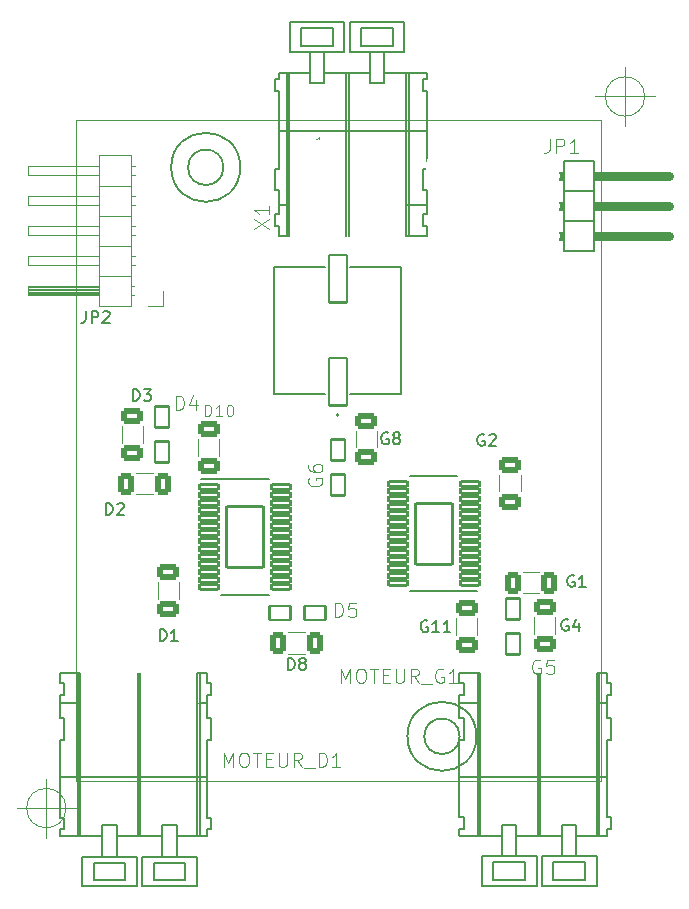
<source format=gbr>
%TF.GenerationSoftware,KiCad,Pcbnew,6.0.1*%
%TF.CreationDate,2022-06-20T01:56:13+02:00*%
%TF.ProjectId,PontHComplet_MK2,506f6e74-4843-46f6-9d70-6c65745f4d4b,rev?*%
%TF.SameCoordinates,Original*%
%TF.FileFunction,Legend,Top*%
%TF.FilePolarity,Positive*%
%FSLAX46Y46*%
G04 Gerber Fmt 4.6, Leading zero omitted, Abs format (unit mm)*
G04 Created by KiCad (PCBNEW 6.0.1) date 2022-06-20 01:56:13*
%MOMM*%
%LPD*%
G01*
G04 APERTURE LIST*
G04 Aperture macros list*
%AMRoundRect*
0 Rectangle with rounded corners*
0 $1 Rounding radius*
0 $2 $3 $4 $5 $6 $7 $8 $9 X,Y pos of 4 corners*
0 Add a 4 corners polygon primitive as box body*
4,1,4,$2,$3,$4,$5,$6,$7,$8,$9,$2,$3,0*
0 Add four circle primitives for the rounded corners*
1,1,$1+$1,$2,$3*
1,1,$1+$1,$4,$5*
1,1,$1+$1,$6,$7*
1,1,$1+$1,$8,$9*
0 Add four rect primitives between the rounded corners*
20,1,$1+$1,$2,$3,$4,$5,0*
20,1,$1+$1,$4,$5,$6,$7,0*
20,1,$1+$1,$6,$7,$8,$9,0*
20,1,$1+$1,$8,$9,$2,$3,0*%
G04 Aperture macros list end*
%TA.AperFunction,Profile*%
%ADD10C,0.050000*%
%TD*%
%ADD11C,0.150000*%
%ADD12C,0.077216*%
%ADD13C,0.096520*%
%ADD14C,0.120650*%
%ADD15C,0.065024*%
%ADD16C,0.120000*%
%ADD17C,0.203200*%
%ADD18C,0.152400*%
%ADD19C,0.762000*%
%ADD20RoundRect,0.249999X0.650001X-0.412501X0.650001X0.412501X-0.650001X0.412501X-0.650001X-0.412501X0*%
%ADD21RoundRect,0.249999X-0.412501X-0.650001X0.412501X-0.650001X0.412501X0.650001X-0.412501X0.650001X0*%
%ADD22RoundRect,0.249999X-0.650001X0.412501X-0.650001X-0.412501X0.650001X-0.412501X0.650001X0.412501X0*%
%ADD23RoundRect,0.101600X-0.600000X0.900000X-0.600000X-0.900000X0.600000X-0.900000X0.600000X0.900000X0*%
%ADD24RoundRect,0.101600X0.900000X0.600000X-0.900000X0.600000X-0.900000X-0.600000X0.900000X-0.600000X0*%
%ADD25RoundRect,0.249999X0.412501X0.650001X-0.412501X0.650001X-0.412501X-0.650001X0.412501X-0.650001X0*%
%ADD26RoundRect,0.101600X0.800000X-0.225000X0.800000X0.225000X-0.800000X0.225000X-0.800000X-0.225000X0*%
%ADD27RoundRect,0.101600X-1.550000X-2.590000X1.550000X-2.590000X1.550000X2.590000X-1.550000X2.590000X0*%
%ADD28RoundRect,0.351600X0.000000X0.000000X0.000000X0.000000X0.000000X0.000000X0.000000X0.000000X0*%
%ADD29RoundRect,0.101600X-0.800000X0.225000X-0.800000X-0.225000X0.800000X-0.225000X0.800000X0.225000X0*%
%ADD30RoundRect,0.101600X1.550000X2.590000X-1.550000X2.590000X-1.550000X-2.590000X1.550000X-2.590000X0*%
%ADD31RoundRect,0.351600X0.000000X0.000000X0.000000X0.000000X0.000000X0.000000X0.000000X0.000000X0*%
%ADD32RoundRect,0.101600X0.749300X-2.006600X0.749300X2.006600X-0.749300X2.006600X-0.749300X-2.006600X0*%
%ADD33RoundRect,0.101600X0.600000X-0.900000X0.600000X0.900000X-0.600000X0.900000X-0.600000X-0.900000X0*%
%ADD34O,3.251200X1.727200*%
%ADD35R,1.700000X1.700000*%
%ADD36O,1.700000X1.700000*%
%ADD37O,2.003200X3.803200*%
%ADD38C,2.800000*%
G04 APERTURE END LIST*
D10*
X126000000Y-133000000D02*
X170500000Y-132983704D01*
X170500000Y-132983704D02*
X170500000Y-77000000D01*
X170500000Y-77000000D02*
X126000000Y-77000000D01*
X126000000Y-77000000D02*
X126000000Y-133000000D01*
X125166666Y-135250000D02*
G75*
G03*
X125166666Y-135250000I-1666666J0D01*
G01*
X121000000Y-135250000D02*
X126000000Y-135250000D01*
X123500000Y-132750000D02*
X123500000Y-137750000D01*
X174166666Y-75000000D02*
G75*
G03*
X174166666Y-75000000I-1666666J0D01*
G01*
X170000000Y-75000000D02*
X175000000Y-75000000D01*
X172500000Y-72500000D02*
X172500000Y-77500000D01*
D11*
%TO.C,D1*%
X133119904Y-121102380D02*
X133119904Y-120102380D01*
X133358000Y-120102380D01*
X133500857Y-120150000D01*
X133596095Y-120245238D01*
X133643714Y-120340476D01*
X133691333Y-120530952D01*
X133691333Y-120673809D01*
X133643714Y-120864285D01*
X133596095Y-120959523D01*
X133500857Y-121054761D01*
X133358000Y-121102380D01*
X133119904Y-121102380D01*
X134643714Y-121102380D02*
X134072285Y-121102380D01*
X134358000Y-121102380D02*
X134358000Y-120102380D01*
X134262761Y-120245238D01*
X134167523Y-120340476D01*
X134072285Y-120388095D01*
D12*
%TO.C,D10*%
X136931999Y-102062038D02*
X136931999Y-101096838D01*
X137161809Y-101096838D01*
X137299695Y-101142800D01*
X137391618Y-101234723D01*
X137437580Y-101326647D01*
X137483542Y-101510495D01*
X137483542Y-101648380D01*
X137437580Y-101832228D01*
X137391618Y-101924152D01*
X137299695Y-102016076D01*
X137161809Y-102062038D01*
X136931999Y-102062038D01*
X138402780Y-102062038D02*
X137851238Y-102062038D01*
X138127009Y-102062038D02*
X138127009Y-101096838D01*
X138035085Y-101234723D01*
X137943161Y-101326647D01*
X137851238Y-101372609D01*
X139000285Y-101096838D02*
X139092209Y-101096838D01*
X139184133Y-101142800D01*
X139230095Y-101188761D01*
X139276057Y-101280685D01*
X139322018Y-101464533D01*
X139322018Y-101694342D01*
X139276057Y-101878190D01*
X139230095Y-101970114D01*
X139184133Y-102016076D01*
X139092209Y-102062038D01*
X139000285Y-102062038D01*
X138908361Y-102016076D01*
X138862399Y-101970114D01*
X138816438Y-101878190D01*
X138770476Y-101694342D01*
X138770476Y-101464533D01*
X138816438Y-101280685D01*
X138862399Y-101188761D01*
X138908361Y-101142800D01*
X139000285Y-101096838D01*
D11*
%TO.C,D2*%
X128547904Y-110434380D02*
X128547904Y-109434380D01*
X128786000Y-109434380D01*
X128928857Y-109482000D01*
X129024095Y-109577238D01*
X129071714Y-109672476D01*
X129119333Y-109862952D01*
X129119333Y-110005809D01*
X129071714Y-110196285D01*
X129024095Y-110291523D01*
X128928857Y-110386761D01*
X128786000Y-110434380D01*
X128547904Y-110434380D01*
X129500285Y-109529619D02*
X129547904Y-109482000D01*
X129643142Y-109434380D01*
X129881238Y-109434380D01*
X129976476Y-109482000D01*
X130024095Y-109529619D01*
X130071714Y-109624857D01*
X130071714Y-109720095D01*
X130024095Y-109862952D01*
X129452666Y-110434380D01*
X130071714Y-110434380D01*
%TO.C,D3*%
X130833904Y-100782380D02*
X130833904Y-99782380D01*
X131072000Y-99782380D01*
X131214857Y-99830000D01*
X131310095Y-99925238D01*
X131357714Y-100020476D01*
X131405333Y-100210952D01*
X131405333Y-100353809D01*
X131357714Y-100544285D01*
X131310095Y-100639523D01*
X131214857Y-100734761D01*
X131072000Y-100782380D01*
X130833904Y-100782380D01*
X131738666Y-99782380D02*
X132357714Y-99782380D01*
X132024380Y-100163333D01*
X132167238Y-100163333D01*
X132262476Y-100210952D01*
X132310095Y-100258571D01*
X132357714Y-100353809D01*
X132357714Y-100591904D01*
X132310095Y-100687142D01*
X132262476Y-100734761D01*
X132167238Y-100782380D01*
X131881523Y-100782380D01*
X131786285Y-100734761D01*
X131738666Y-100687142D01*
D13*
%TO.C,D4*%
X134461999Y-101542547D02*
X134461999Y-100336047D01*
X134749261Y-100336047D01*
X134921618Y-100393500D01*
X135036523Y-100508404D01*
X135093976Y-100623309D01*
X135151428Y-100853119D01*
X135151428Y-101025476D01*
X135093976Y-101255285D01*
X135036523Y-101370190D01*
X134921618Y-101485095D01*
X134749261Y-101542547D01*
X134461999Y-101542547D01*
X136185571Y-100738214D02*
X136185571Y-101542547D01*
X135898309Y-100278595D02*
X135611047Y-101140380D01*
X136357928Y-101140380D01*
%TO.C,D5*%
X147923999Y-119068547D02*
X147923999Y-117862047D01*
X148211261Y-117862047D01*
X148383618Y-117919500D01*
X148498523Y-118034404D01*
X148555976Y-118149309D01*
X148613428Y-118379119D01*
X148613428Y-118551476D01*
X148555976Y-118781285D01*
X148498523Y-118896190D01*
X148383618Y-119011095D01*
X148211261Y-119068547D01*
X147923999Y-119068547D01*
X149705023Y-117862047D02*
X149130499Y-117862047D01*
X149073047Y-118436571D01*
X149130499Y-118379119D01*
X149245404Y-118321666D01*
X149532666Y-118321666D01*
X149647571Y-118379119D01*
X149705023Y-118436571D01*
X149762476Y-118551476D01*
X149762476Y-118838738D01*
X149705023Y-118953642D01*
X149647571Y-119011095D01*
X149532666Y-119068547D01*
X149245404Y-119068547D01*
X149130499Y-119011095D01*
X149073047Y-118953642D01*
D11*
%TO.C,D8*%
X143964416Y-123557279D02*
X143964416Y-122557279D01*
X144202512Y-122557279D01*
X144345369Y-122604899D01*
X144440607Y-122700137D01*
X144488226Y-122795375D01*
X144535845Y-122985851D01*
X144535845Y-123128708D01*
X144488226Y-123319184D01*
X144440607Y-123414422D01*
X144345369Y-123509660D01*
X144202512Y-123557279D01*
X143964416Y-123557279D01*
X145107273Y-122985851D02*
X145012035Y-122938232D01*
X144964416Y-122890613D01*
X144916797Y-122795375D01*
X144916797Y-122747756D01*
X144964416Y-122652518D01*
X145012035Y-122604899D01*
X145107273Y-122557279D01*
X145297750Y-122557279D01*
X145392988Y-122604899D01*
X145440607Y-122652518D01*
X145488226Y-122747756D01*
X145488226Y-122795375D01*
X145440607Y-122890613D01*
X145392988Y-122938232D01*
X145297750Y-122985851D01*
X145107273Y-122985851D01*
X145012035Y-123033470D01*
X144964416Y-123081089D01*
X144916797Y-123176327D01*
X144916797Y-123366803D01*
X144964416Y-123462041D01*
X145012035Y-123509660D01*
X145107273Y-123557279D01*
X145297750Y-123557279D01*
X145392988Y-123509660D01*
X145440607Y-123462041D01*
X145488226Y-123366803D01*
X145488226Y-123176327D01*
X145440607Y-123081089D01*
X145392988Y-123033470D01*
X145297750Y-122985851D01*
%TO.C,G1*%
X168187714Y-115578000D02*
X168092476Y-115530380D01*
X167949619Y-115530380D01*
X167806761Y-115578000D01*
X167711523Y-115673238D01*
X167663904Y-115768476D01*
X167616285Y-115958952D01*
X167616285Y-116101809D01*
X167663904Y-116292285D01*
X167711523Y-116387523D01*
X167806761Y-116482761D01*
X167949619Y-116530380D01*
X168044857Y-116530380D01*
X168187714Y-116482761D01*
X168235333Y-116435142D01*
X168235333Y-116101809D01*
X168044857Y-116101809D01*
X169187714Y-116530380D02*
X168616285Y-116530380D01*
X168902000Y-116530380D02*
X168902000Y-115530380D01*
X168806761Y-115673238D01*
X168711523Y-115768476D01*
X168616285Y-115816095D01*
%TO.C,G11*%
X155773523Y-119400000D02*
X155678285Y-119352380D01*
X155535428Y-119352380D01*
X155392571Y-119400000D01*
X155297333Y-119495238D01*
X155249714Y-119590476D01*
X155202095Y-119780952D01*
X155202095Y-119923809D01*
X155249714Y-120114285D01*
X155297333Y-120209523D01*
X155392571Y-120304761D01*
X155535428Y-120352380D01*
X155630666Y-120352380D01*
X155773523Y-120304761D01*
X155821142Y-120257142D01*
X155821142Y-119923809D01*
X155630666Y-119923809D01*
X156773523Y-120352380D02*
X156202095Y-120352380D01*
X156487809Y-120352380D02*
X156487809Y-119352380D01*
X156392571Y-119495238D01*
X156297333Y-119590476D01*
X156202095Y-119638095D01*
X157725904Y-120352380D02*
X157154476Y-120352380D01*
X157440190Y-120352380D02*
X157440190Y-119352380D01*
X157344952Y-119495238D01*
X157249714Y-119590476D01*
X157154476Y-119638095D01*
%TO.C,G2*%
X160567714Y-103640000D02*
X160472476Y-103592380D01*
X160329619Y-103592380D01*
X160186761Y-103640000D01*
X160091523Y-103735238D01*
X160043904Y-103830476D01*
X159996285Y-104020952D01*
X159996285Y-104163809D01*
X160043904Y-104354285D01*
X160091523Y-104449523D01*
X160186761Y-104544761D01*
X160329619Y-104592380D01*
X160424857Y-104592380D01*
X160567714Y-104544761D01*
X160615333Y-104497142D01*
X160615333Y-104163809D01*
X160424857Y-104163809D01*
X160996285Y-103687619D02*
X161043904Y-103640000D01*
X161139142Y-103592380D01*
X161377238Y-103592380D01*
X161472476Y-103640000D01*
X161520095Y-103687619D01*
X161567714Y-103782857D01*
X161567714Y-103878095D01*
X161520095Y-104020952D01*
X160948666Y-104592380D01*
X161567714Y-104592380D01*
%TO.C,G4*%
X167679714Y-119307774D02*
X167584476Y-119260154D01*
X167441619Y-119260154D01*
X167298761Y-119307774D01*
X167203523Y-119403012D01*
X167155904Y-119498250D01*
X167108285Y-119688726D01*
X167108285Y-119831583D01*
X167155904Y-120022059D01*
X167203523Y-120117297D01*
X167298761Y-120212535D01*
X167441619Y-120260154D01*
X167536857Y-120260154D01*
X167679714Y-120212535D01*
X167727333Y-120164916D01*
X167727333Y-119831583D01*
X167536857Y-119831583D01*
X168584476Y-119593488D02*
X168584476Y-120260154D01*
X168346380Y-119212535D02*
X168108285Y-119926821D01*
X168727333Y-119926821D01*
D13*
%TO.C,G5*%
X165319976Y-122745500D02*
X165205071Y-122688047D01*
X165032714Y-122688047D01*
X164860357Y-122745500D01*
X164745452Y-122860404D01*
X164687999Y-122975309D01*
X164630547Y-123205119D01*
X164630547Y-123377476D01*
X164687999Y-123607285D01*
X164745452Y-123722190D01*
X164860357Y-123837095D01*
X165032714Y-123894547D01*
X165147618Y-123894547D01*
X165319976Y-123837095D01*
X165377428Y-123779642D01*
X165377428Y-123377476D01*
X165147618Y-123377476D01*
X166469023Y-122688047D02*
X165894499Y-122688047D01*
X165837047Y-123262571D01*
X165894499Y-123205119D01*
X166009404Y-123147666D01*
X166296666Y-123147666D01*
X166411571Y-123205119D01*
X166469023Y-123262571D01*
X166526476Y-123377476D01*
X166526476Y-123664738D01*
X166469023Y-123779642D01*
X166411571Y-123837095D01*
X166296666Y-123894547D01*
X166009404Y-123894547D01*
X165894499Y-123837095D01*
X165837047Y-123779642D01*
%TO.C,G6*%
X145723500Y-107324023D02*
X145666047Y-107438928D01*
X145666047Y-107611285D01*
X145723500Y-107783642D01*
X145838404Y-107898547D01*
X145953309Y-107956000D01*
X146183119Y-108013452D01*
X146355476Y-108013452D01*
X146585285Y-107956000D01*
X146700190Y-107898547D01*
X146815095Y-107783642D01*
X146872547Y-107611285D01*
X146872547Y-107496381D01*
X146815095Y-107324023D01*
X146757642Y-107266571D01*
X146355476Y-107266571D01*
X146355476Y-107496381D01*
X145666047Y-106232428D02*
X145666047Y-106462238D01*
X145723500Y-106577142D01*
X145780952Y-106634595D01*
X145953309Y-106749500D01*
X146183119Y-106806952D01*
X146642738Y-106806952D01*
X146757642Y-106749500D01*
X146815095Y-106692047D01*
X146872547Y-106577142D01*
X146872547Y-106347333D01*
X146815095Y-106232428D01*
X146757642Y-106174976D01*
X146642738Y-106117523D01*
X146355476Y-106117523D01*
X146240571Y-106174976D01*
X146183119Y-106232428D01*
X146125666Y-106347333D01*
X146125666Y-106577142D01*
X146183119Y-106692047D01*
X146240571Y-106749500D01*
X146355476Y-106806952D01*
D11*
%TO.C,G8*%
X152439714Y-103500000D02*
X152344476Y-103452380D01*
X152201619Y-103452380D01*
X152058761Y-103500000D01*
X151963523Y-103595238D01*
X151915904Y-103690476D01*
X151868285Y-103880952D01*
X151868285Y-104023809D01*
X151915904Y-104214285D01*
X151963523Y-104309523D01*
X152058761Y-104404761D01*
X152201619Y-104452380D01*
X152296857Y-104452380D01*
X152439714Y-104404761D01*
X152487333Y-104357142D01*
X152487333Y-104023809D01*
X152296857Y-104023809D01*
X153058761Y-103880952D02*
X152963523Y-103833333D01*
X152915904Y-103785714D01*
X152868285Y-103690476D01*
X152868285Y-103642857D01*
X152915904Y-103547619D01*
X152963523Y-103500000D01*
X153058761Y-103452380D01*
X153249238Y-103452380D01*
X153344476Y-103500000D01*
X153392095Y-103547619D01*
X153439714Y-103642857D01*
X153439714Y-103690476D01*
X153392095Y-103785714D01*
X153344476Y-103833333D01*
X153249238Y-103880952D01*
X153058761Y-103880952D01*
X152963523Y-103928571D01*
X152915904Y-103976190D01*
X152868285Y-104071428D01*
X152868285Y-104261904D01*
X152915904Y-104357142D01*
X152963523Y-104404761D01*
X153058761Y-104452380D01*
X153249238Y-104452380D01*
X153344476Y-104404761D01*
X153392095Y-104357142D01*
X153439714Y-104261904D01*
X153439714Y-104071428D01*
X153392095Y-103976190D01*
X153344476Y-103928571D01*
X153249238Y-103880952D01*
D14*
%TO.C,JP1*%
X166111863Y-78570252D02*
X166111863Y-79432038D01*
X166054411Y-79604395D01*
X165939506Y-79719300D01*
X165767149Y-79776752D01*
X165652244Y-79776752D01*
X166686387Y-79776752D02*
X166686387Y-78570252D01*
X167146006Y-78570252D01*
X167260911Y-78627705D01*
X167318363Y-78685157D01*
X167375816Y-78800062D01*
X167375816Y-78972419D01*
X167318363Y-79087324D01*
X167260911Y-79144776D01*
X167146006Y-79202228D01*
X166686387Y-79202228D01*
X168524863Y-79776752D02*
X167835435Y-79776752D01*
X168180149Y-79776752D02*
X168180149Y-78570252D01*
X168065244Y-78742609D01*
X167950339Y-78857514D01*
X167835435Y-78914966D01*
D11*
%TO.C,JP2*%
X126861666Y-93162380D02*
X126861666Y-93876666D01*
X126814047Y-94019523D01*
X126718809Y-94114761D01*
X126575952Y-94162380D01*
X126480714Y-94162380D01*
X127337857Y-94162380D02*
X127337857Y-93162380D01*
X127718809Y-93162380D01*
X127814047Y-93210000D01*
X127861666Y-93257619D01*
X127909285Y-93352857D01*
X127909285Y-93495714D01*
X127861666Y-93590952D01*
X127814047Y-93638571D01*
X127718809Y-93686190D01*
X127337857Y-93686190D01*
X128290238Y-93257619D02*
X128337857Y-93210000D01*
X128433095Y-93162380D01*
X128671190Y-93162380D01*
X128766428Y-93210000D01*
X128814047Y-93257619D01*
X128861666Y-93352857D01*
X128861666Y-93448095D01*
X128814047Y-93590952D01*
X128242619Y-94162380D01*
X128861666Y-94162380D01*
D13*
%TO.C,MOTEUR_D1*%
X138525999Y-131768547D02*
X138525999Y-130562047D01*
X138928166Y-131423833D01*
X139330333Y-130562047D01*
X139330333Y-131768547D01*
X140134666Y-130562047D02*
X140364476Y-130562047D01*
X140479380Y-130619500D01*
X140594285Y-130734404D01*
X140651738Y-130964214D01*
X140651738Y-131366380D01*
X140594285Y-131596190D01*
X140479380Y-131711095D01*
X140364476Y-131768547D01*
X140134666Y-131768547D01*
X140019761Y-131711095D01*
X139904857Y-131596190D01*
X139847404Y-131366380D01*
X139847404Y-130964214D01*
X139904857Y-130734404D01*
X140019761Y-130619500D01*
X140134666Y-130562047D01*
X140996452Y-130562047D02*
X141685880Y-130562047D01*
X141341166Y-131768547D02*
X141341166Y-130562047D01*
X142088047Y-131136571D02*
X142490214Y-131136571D01*
X142662571Y-131768547D02*
X142088047Y-131768547D01*
X142088047Y-130562047D01*
X142662571Y-130562047D01*
X143179642Y-130562047D02*
X143179642Y-131538738D01*
X143237095Y-131653642D01*
X143294547Y-131711095D01*
X143409452Y-131768547D01*
X143639261Y-131768547D01*
X143754166Y-131711095D01*
X143811618Y-131653642D01*
X143869071Y-131538738D01*
X143869071Y-130562047D01*
X145133023Y-131768547D02*
X144730857Y-131194023D01*
X144443595Y-131768547D02*
X144443595Y-130562047D01*
X144903214Y-130562047D01*
X145018118Y-130619500D01*
X145075571Y-130676952D01*
X145133023Y-130791857D01*
X145133023Y-130964214D01*
X145075571Y-131079119D01*
X145018118Y-131136571D01*
X144903214Y-131194023D01*
X144443595Y-131194023D01*
X145362833Y-131883452D02*
X146282071Y-131883452D01*
X146569333Y-131768547D02*
X146569333Y-130562047D01*
X146856595Y-130562047D01*
X147028952Y-130619500D01*
X147143857Y-130734404D01*
X147201309Y-130849309D01*
X147258761Y-131079119D01*
X147258761Y-131251476D01*
X147201309Y-131481285D01*
X147143857Y-131596190D01*
X147028952Y-131711095D01*
X146856595Y-131768547D01*
X146569333Y-131768547D01*
X148407809Y-131768547D02*
X147718380Y-131768547D01*
X148063095Y-131768547D02*
X148063095Y-130562047D01*
X147948190Y-130734404D01*
X147833285Y-130849309D01*
X147718380Y-130906761D01*
%TO.C,MOTEUR_G1*%
X148431999Y-124656547D02*
X148431999Y-123450047D01*
X148834166Y-124311833D01*
X149236333Y-123450047D01*
X149236333Y-124656547D01*
X150040666Y-123450047D02*
X150270476Y-123450047D01*
X150385380Y-123507500D01*
X150500285Y-123622404D01*
X150557738Y-123852214D01*
X150557738Y-124254380D01*
X150500285Y-124484190D01*
X150385380Y-124599095D01*
X150270476Y-124656547D01*
X150040666Y-124656547D01*
X149925761Y-124599095D01*
X149810857Y-124484190D01*
X149753404Y-124254380D01*
X149753404Y-123852214D01*
X149810857Y-123622404D01*
X149925761Y-123507500D01*
X150040666Y-123450047D01*
X150902452Y-123450047D02*
X151591880Y-123450047D01*
X151247166Y-124656547D02*
X151247166Y-123450047D01*
X151994047Y-124024571D02*
X152396214Y-124024571D01*
X152568571Y-124656547D02*
X151994047Y-124656547D01*
X151994047Y-123450047D01*
X152568571Y-123450047D01*
X153085642Y-123450047D02*
X153085642Y-124426738D01*
X153143095Y-124541642D01*
X153200547Y-124599095D01*
X153315452Y-124656547D01*
X153545261Y-124656547D01*
X153660166Y-124599095D01*
X153717618Y-124541642D01*
X153775071Y-124426738D01*
X153775071Y-123450047D01*
X155039023Y-124656547D02*
X154636857Y-124082023D01*
X154349595Y-124656547D02*
X154349595Y-123450047D01*
X154809214Y-123450047D01*
X154924118Y-123507500D01*
X154981571Y-123564952D01*
X155039023Y-123679857D01*
X155039023Y-123852214D01*
X154981571Y-123967119D01*
X154924118Y-124024571D01*
X154809214Y-124082023D01*
X154349595Y-124082023D01*
X155268833Y-124771452D02*
X156188071Y-124771452D01*
X157107309Y-123507500D02*
X156992404Y-123450047D01*
X156820047Y-123450047D01*
X156647690Y-123507500D01*
X156532785Y-123622404D01*
X156475333Y-123737309D01*
X156417880Y-123967119D01*
X156417880Y-124139476D01*
X156475333Y-124369285D01*
X156532785Y-124484190D01*
X156647690Y-124599095D01*
X156820047Y-124656547D01*
X156934952Y-124656547D01*
X157107309Y-124599095D01*
X157164761Y-124541642D01*
X157164761Y-124139476D01*
X156934952Y-124139476D01*
X158313809Y-124656547D02*
X157624380Y-124656547D01*
X157969095Y-124656547D02*
X157969095Y-123450047D01*
X157854190Y-123622404D01*
X157739285Y-123737309D01*
X157624380Y-123794761D01*
%TO.C,X1*%
X141131624Y-86197006D02*
X142338124Y-85392673D01*
X141131624Y-85392673D02*
X142338124Y-86197006D01*
X142338124Y-84301078D02*
X142338124Y-84990506D01*
X142338124Y-84645792D02*
X141131624Y-84645792D01*
X141303981Y-84760697D01*
X141418886Y-84875602D01*
X141476338Y-84990506D01*
D15*
X146811154Y-79190332D02*
X146369920Y-79190332D01*
X146590537Y-79190332D02*
X146590537Y-78418172D01*
X146516998Y-78528481D01*
X146443459Y-78602020D01*
X146369920Y-78638789D01*
D16*
%TO.C,D1*%
X132924424Y-117527532D02*
X132924424Y-116105028D01*
X134744424Y-117527532D02*
X134744424Y-116105028D01*
%TO.C,D10*%
X136340000Y-105461252D02*
X136340000Y-104038748D01*
X138160000Y-105461252D02*
X138160000Y-104038748D01*
%TO.C,D2*%
X131109335Y-108691986D02*
X132531839Y-108691986D01*
X131109335Y-106871986D02*
X132531839Y-106871986D01*
%TO.C,D3*%
X131710000Y-102888748D02*
X131710000Y-104311252D01*
X129890000Y-102888748D02*
X129890000Y-104311252D01*
%TO.C,D8*%
X145413764Y-120344899D02*
X143991260Y-120344899D01*
X145413764Y-122164899D02*
X143991260Y-122164899D01*
D17*
%TO.C,DRIVER_DROIT1*%
X136623956Y-107425283D02*
X142338956Y-107425283D01*
X138325756Y-117229683D02*
X142338956Y-117229683D01*
%TO.C,DRIVER_GAUCHE1*%
X158310668Y-107107124D02*
X154297468Y-107107124D01*
X160012468Y-116911524D02*
X154297468Y-116911524D01*
D18*
%TO.C,G3*%
X142780556Y-100224677D02*
X147073156Y-100224677D01*
X149257556Y-100224677D02*
X153550156Y-100224677D01*
X153550156Y-89455077D02*
X149257556Y-89455077D01*
X153550156Y-100224677D02*
X153550156Y-89455077D01*
X142780556Y-89455077D02*
X142780556Y-100224677D01*
X147073156Y-89455077D02*
X142780556Y-89455077D01*
X148165356Y-102053477D02*
G75*
G03*
X148165356Y-101901077I0J76200D01*
G01*
X148165356Y-101901077D02*
G75*
G03*
X148165356Y-102053477I0J-76200D01*
G01*
D16*
%TO.C,G1*%
X165251529Y-117065945D02*
X163829025Y-117065945D01*
X165251529Y-115245945D02*
X163829025Y-115245945D01*
%TO.C,G11*%
X158190000Y-119188748D02*
X158190000Y-120611252D01*
X160010000Y-119188748D02*
X160010000Y-120611252D01*
%TO.C,G2*%
X161850596Y-107023248D02*
X161850596Y-108445752D01*
X163670596Y-107023248D02*
X163670596Y-108445752D01*
%TO.C,G4*%
X166612709Y-120519026D02*
X166612709Y-119096522D01*
X164792709Y-120519026D02*
X164792709Y-119096522D01*
%TO.C,G8*%
X149690000Y-103288748D02*
X149690000Y-104711252D01*
X151510000Y-103288748D02*
X151510000Y-104711252D01*
D18*
%TO.C,JP1*%
X167306465Y-85549205D02*
X167306465Y-88089205D01*
X169846465Y-85549205D02*
X169846465Y-83009205D01*
D19*
X176196465Y-86819205D02*
X170481465Y-86819205D01*
D18*
X167306465Y-83009205D02*
X167306465Y-85549205D01*
X169846465Y-88089205D02*
X169846465Y-85549205D01*
X167306465Y-83009205D02*
X169846465Y-83009205D01*
X169846465Y-80469205D02*
X167306465Y-80469205D01*
X167306465Y-80469205D02*
X167306465Y-83009205D01*
X167306465Y-85549205D02*
X169846465Y-85549205D01*
X167306465Y-88089205D02*
X169846465Y-88089205D01*
D19*
X176196465Y-81739205D02*
X170481465Y-81739205D01*
D18*
X169846465Y-83009205D02*
X169846465Y-80469205D01*
D19*
X176196465Y-84279205D02*
X170481465Y-84279205D01*
G36*
X167306465Y-84660205D02*
G01*
X166290465Y-84660205D01*
X166290465Y-83898205D01*
X167306465Y-83898205D01*
X167306465Y-84660205D01*
G37*
G36*
X167306465Y-82120205D02*
G01*
X166290465Y-82120205D01*
X166290465Y-81358205D01*
X167306465Y-81358205D01*
X167306465Y-82120205D01*
G37*
G36*
X170354465Y-84660205D02*
G01*
X169846465Y-84660205D01*
X169846465Y-83898205D01*
X170354465Y-83898205D01*
X170354465Y-84660205D01*
G37*
G36*
X167306465Y-87200205D02*
G01*
X166290465Y-87200205D01*
X166290465Y-86438205D01*
X167306465Y-86438205D01*
X167306465Y-87200205D01*
G37*
G36*
X170354465Y-87200205D02*
G01*
X169846465Y-87200205D01*
X169846465Y-86438205D01*
X170354465Y-86438205D01*
X170354465Y-87200205D01*
G37*
G36*
X170354465Y-82120205D02*
G01*
X169846465Y-82120205D01*
X169846465Y-81358205D01*
X170354465Y-81358205D01*
X170354465Y-82120205D01*
G37*
D16*
%TO.C,JP2*%
X130970000Y-91820000D02*
X130640000Y-91820000D01*
X127980000Y-91640000D02*
X121980000Y-91640000D01*
X127980000Y-84200000D02*
X121980000Y-84200000D01*
X130970000Y-91060000D02*
X130640000Y-91060000D01*
X127980000Y-91280000D02*
X121980000Y-91280000D01*
X130640000Y-92770000D02*
X130640000Y-79950000D01*
X121980000Y-80900000D02*
X127980000Y-80900000D01*
X127980000Y-91520000D02*
X121980000Y-91520000D01*
X121980000Y-85980000D02*
X127980000Y-85980000D01*
X121980000Y-83440000D02*
X127980000Y-83440000D01*
X121980000Y-91060000D02*
X127980000Y-91060000D01*
X130640000Y-87630000D02*
X127980000Y-87630000D01*
X127980000Y-79950000D02*
X127980000Y-92770000D01*
X131037071Y-89280000D02*
X130640000Y-89280000D01*
X121980000Y-84200000D02*
X121980000Y-83440000D01*
X131037071Y-85980000D02*
X130640000Y-85980000D01*
X133350000Y-91440000D02*
X133350000Y-92710000D01*
X131037071Y-88520000D02*
X130640000Y-88520000D01*
X131037071Y-80900000D02*
X130640000Y-80900000D01*
X127980000Y-91760000D02*
X121980000Y-91760000D01*
X131037071Y-84200000D02*
X130640000Y-84200000D01*
X127980000Y-86740000D02*
X121980000Y-86740000D01*
X130640000Y-82550000D02*
X127980000Y-82550000D01*
X127980000Y-91400000D02*
X121980000Y-91400000D01*
X121980000Y-91820000D02*
X121980000Y-91060000D01*
X130640000Y-79950000D02*
X127980000Y-79950000D01*
X127980000Y-91160000D02*
X121980000Y-91160000D01*
X131037071Y-83440000D02*
X130640000Y-83440000D01*
X131037071Y-81660000D02*
X130640000Y-81660000D01*
X121980000Y-81660000D02*
X121980000Y-80900000D01*
X127980000Y-89280000D02*
X121980000Y-89280000D01*
X131037071Y-86740000D02*
X130640000Y-86740000D01*
X130640000Y-85090000D02*
X127980000Y-85090000D01*
X127980000Y-81660000D02*
X121980000Y-81660000D01*
X121980000Y-86740000D02*
X121980000Y-85980000D01*
X130640000Y-90170000D02*
X127980000Y-90170000D01*
X121980000Y-88520000D02*
X127980000Y-88520000D01*
X121980000Y-89280000D02*
X121980000Y-88520000D01*
X127980000Y-91820000D02*
X121980000Y-91820000D01*
X127980000Y-92770000D02*
X130640000Y-92770000D01*
X133350000Y-92710000D02*
X132080000Y-92710000D01*
D17*
%TO.C,MOTEUR_D1*%
X137133406Y-137060636D02*
X137483406Y-137060636D01*
X136483406Y-137560636D02*
X136483406Y-123810636D01*
X137483406Y-137060636D02*
X137483406Y-136060636D01*
X128253406Y-139360636D02*
X126553406Y-139360636D01*
X131153406Y-141860636D02*
X131153406Y-139360636D01*
X127503406Y-141360636D02*
X130203406Y-141360636D01*
X137133406Y-127660636D02*
X137133406Y-125660636D01*
X129453406Y-136710636D02*
X128253406Y-136710636D01*
X137133406Y-125660636D02*
X137483406Y-125660636D01*
X137133406Y-123810636D02*
X136483406Y-123810636D01*
X128253406Y-136710636D02*
X128253406Y-139360636D01*
X137133406Y-124660636D02*
X137133406Y-123810636D01*
X133308406Y-137585636D02*
X129474406Y-137585636D01*
X137483406Y-136060636D02*
X137133406Y-136060636D01*
X137083406Y-132660636D02*
X124673406Y-132660636D01*
X124623406Y-129460636D02*
X124623406Y-136060636D01*
X131633406Y-141860636D02*
X136233406Y-141860636D01*
X129453406Y-139360636D02*
X128253406Y-139360636D01*
X131153406Y-139360636D02*
X129453406Y-139360636D01*
X131453406Y-137560636D02*
X131453406Y-123810636D01*
X131253406Y-137560636D02*
X131253406Y-123810636D01*
X124623406Y-137060636D02*
X124973406Y-137060636D01*
X130203406Y-141360636D02*
X130203406Y-139860636D01*
X137483406Y-124660636D02*
X137133406Y-124660636D01*
X124973406Y-136060636D02*
X124623406Y-136060636D01*
X136283406Y-137560636D02*
X136283406Y-123810636D01*
X126373406Y-137560636D02*
X126373406Y-123810636D01*
X134533406Y-136710636D02*
X133333406Y-136710636D01*
X129453406Y-139360636D02*
X129453406Y-136710636D01*
X137483406Y-127660636D02*
X137133406Y-127660636D01*
X124623406Y-137060636D02*
X124623406Y-137560636D01*
X137133406Y-137585636D02*
X137133406Y-137060636D01*
X132583406Y-139860636D02*
X132583406Y-141360636D01*
X134533406Y-139360636D02*
X134533406Y-136710636D01*
X134533406Y-139360636D02*
X133333406Y-139360636D01*
X124623406Y-123810636D02*
X124623406Y-124660636D01*
X124973406Y-125660636D02*
X124973406Y-124660636D01*
X124973406Y-124660636D02*
X124623406Y-124660636D01*
X127503406Y-139860636D02*
X127503406Y-141360636D01*
X133333406Y-139360636D02*
X131633406Y-139360636D01*
X126173406Y-137560636D02*
X126173406Y-123810636D01*
X133333406Y-136710636D02*
X133333406Y-139360636D01*
X130203406Y-139860636D02*
X127503406Y-139860636D01*
X124973406Y-127660636D02*
X124623406Y-127660636D01*
X137133406Y-136060636D02*
X137133406Y-129460636D01*
X128228406Y-137585636D02*
X124648406Y-137585636D01*
X137133406Y-126360636D02*
X136433406Y-126360636D01*
X126553406Y-139360636D02*
X126553406Y-141860636D01*
X126323406Y-126360636D02*
X124623406Y-126360636D01*
X136233406Y-139360636D02*
X134533406Y-139360636D01*
X124973406Y-129460636D02*
X124973406Y-127660636D01*
X135283406Y-139860636D02*
X132583406Y-139860636D01*
X124623406Y-129460636D02*
X124973406Y-129460636D01*
X131633406Y-139360636D02*
X131633406Y-141860636D01*
X135283406Y-141360636D02*
X135283406Y-139860636D01*
X137133406Y-137585636D02*
X134558406Y-137585636D01*
X136233406Y-141860636D02*
X136233406Y-139360636D01*
X124623406Y-126360636D02*
X124623406Y-127660636D01*
X124623406Y-125660636D02*
X124623406Y-126360636D01*
X126373406Y-123810636D02*
X124623406Y-123810636D01*
X137483406Y-125660636D02*
X137483406Y-124660636D01*
X137483406Y-129460636D02*
X137483406Y-127660636D01*
X132583406Y-141360636D02*
X135283406Y-141360636D01*
X124623406Y-125660636D02*
X124973406Y-125660636D01*
X137133406Y-129460636D02*
X137483406Y-129460636D01*
X126553406Y-141860636D02*
X131153406Y-141860636D01*
X124973406Y-137060636D02*
X124973406Y-136060636D01*
X136483406Y-123810636D02*
X136283406Y-123810636D01*
%TO.C,MOTEUR_G1*%
X164061606Y-141349205D02*
X164061606Y-139849205D01*
X158481606Y-137049205D02*
X158481606Y-137549205D01*
X158481606Y-123799205D02*
X158481606Y-124649205D01*
X170991606Y-127649205D02*
X170991606Y-125649205D01*
X162086606Y-137574205D02*
X158506606Y-137574205D01*
X158481606Y-125649205D02*
X158831606Y-125649205D01*
X168391606Y-136699205D02*
X167191606Y-136699205D01*
X167166606Y-137574205D02*
X163332606Y-137574205D01*
X163311606Y-136699205D02*
X162111606Y-136699205D01*
X170991606Y-125649205D02*
X171341606Y-125649205D01*
X158831606Y-136049205D02*
X158481606Y-136049205D01*
X158481606Y-126349205D02*
X158481606Y-127649205D01*
X169141606Y-139849205D02*
X166441606Y-139849205D01*
X165491606Y-139349205D02*
X165491606Y-141849205D01*
X164061606Y-139849205D02*
X161361606Y-139849205D01*
X171341606Y-127649205D02*
X170991606Y-127649205D01*
X171341606Y-125649205D02*
X171341606Y-124649205D01*
X158831606Y-125649205D02*
X158831606Y-124649205D01*
X170091606Y-139349205D02*
X168391606Y-139349205D01*
X163311606Y-139349205D02*
X163311606Y-136699205D01*
X170091606Y-141849205D02*
X170091606Y-139349205D01*
X162111606Y-139349205D02*
X160411606Y-139349205D01*
X170991606Y-123799205D02*
X170341606Y-123799205D01*
X158831606Y-129449205D02*
X158831606Y-127649205D01*
X170991606Y-137049205D02*
X171341606Y-137049205D01*
X168391606Y-139349205D02*
X167191606Y-139349205D01*
X166441606Y-139849205D02*
X166441606Y-141349205D01*
X158831606Y-124649205D02*
X158481606Y-124649205D01*
X170341606Y-137549205D02*
X170341606Y-123799205D01*
X171341606Y-137049205D02*
X171341606Y-136049205D01*
X163311606Y-139349205D02*
X162111606Y-139349205D01*
X165011606Y-141849205D02*
X165011606Y-139349205D01*
X160181606Y-126349205D02*
X158481606Y-126349205D01*
X170991606Y-136049205D02*
X170991606Y-129449205D01*
X170991606Y-126349205D02*
X170291606Y-126349205D01*
X158481606Y-125649205D02*
X158481606Y-126349205D01*
X170941606Y-132649205D02*
X158531606Y-132649205D01*
X170991606Y-124649205D02*
X170991606Y-123799205D01*
X160411606Y-139349205D02*
X160411606Y-141849205D01*
X170991606Y-129449205D02*
X171341606Y-129449205D01*
X171341606Y-124649205D02*
X170991606Y-124649205D01*
X165011606Y-139349205D02*
X163311606Y-139349205D01*
X168391606Y-139349205D02*
X168391606Y-136699205D01*
X170991606Y-137574205D02*
X168416606Y-137574205D01*
X158831606Y-137049205D02*
X158831606Y-136049205D01*
X171341606Y-129449205D02*
X171341606Y-127649205D01*
X158481606Y-129449205D02*
X158831606Y-129449205D01*
X166441606Y-141349205D02*
X169141606Y-141349205D01*
X170141606Y-137549205D02*
X170141606Y-123799205D01*
X167191606Y-136699205D02*
X167191606Y-139349205D01*
X160231606Y-123799205D02*
X158481606Y-123799205D01*
X160411606Y-141849205D02*
X165011606Y-141849205D01*
X160231606Y-137549205D02*
X160231606Y-123799205D01*
X158481606Y-129449205D02*
X158481606Y-136049205D01*
X160031606Y-137549205D02*
X160031606Y-123799205D01*
X165311606Y-137549205D02*
X165311606Y-123799205D01*
X170991606Y-137574205D02*
X170991606Y-137049205D01*
X170341606Y-123799205D02*
X170141606Y-123799205D01*
X167191606Y-139349205D02*
X165491606Y-139349205D01*
X169141606Y-141349205D02*
X169141606Y-139849205D01*
X162111606Y-136699205D02*
X162111606Y-139349205D01*
X161361606Y-139849205D02*
X161361606Y-141349205D01*
X158831606Y-127649205D02*
X158481606Y-127649205D01*
X158481606Y-137049205D02*
X158831606Y-137049205D01*
X165491606Y-141849205D02*
X170091606Y-141849205D01*
X165111606Y-137549205D02*
X165111606Y-123799205D01*
X171341606Y-136049205D02*
X170991606Y-136049205D01*
X161361606Y-141349205D02*
X164061606Y-141349205D01*
%TO.C,X1*%
X155390577Y-82927102D02*
X155740577Y-82927102D01*
X145830577Y-71227102D02*
X145830577Y-73877102D01*
X143880577Y-86777102D02*
X144080577Y-86777102D01*
X142880577Y-84927102D02*
X142880577Y-85927102D01*
X142880577Y-74527102D02*
X143230577Y-74527102D01*
X143230577Y-74527102D02*
X143230577Y-81127102D01*
X150910577Y-71227102D02*
X150910577Y-73877102D01*
X148910577Y-73027102D02*
X148910577Y-86777102D01*
X143880577Y-73027102D02*
X143880577Y-86777102D01*
X155740577Y-73527102D02*
X155390577Y-73527102D01*
X155390577Y-74527102D02*
X155740577Y-74527102D01*
X148730577Y-71227102D02*
X148730577Y-68727102D01*
X143230577Y-82927102D02*
X143230577Y-84927102D01*
X155390577Y-85927102D02*
X155740577Y-85927102D01*
X154190577Y-73027102D02*
X154190577Y-86777102D01*
X149210577Y-68727102D02*
X149210577Y-71227102D01*
X155740577Y-84227102D02*
X155740577Y-82927102D01*
X155740577Y-73527102D02*
X155740577Y-73027102D01*
X153810577Y-71227102D02*
X153810577Y-68727102D01*
X155390577Y-81127102D02*
X155390577Y-82927102D01*
X147780577Y-70727102D02*
X147780577Y-69227102D01*
X155740577Y-84927102D02*
X155390577Y-84927102D01*
X142880577Y-81127102D02*
X142880577Y-82927102D01*
X145080577Y-70727102D02*
X147780577Y-70727102D01*
X152135577Y-73002102D02*
X155715577Y-73002102D01*
X145080577Y-69227102D02*
X145080577Y-70727102D01*
X153810577Y-68727102D02*
X149210577Y-68727102D01*
X143230577Y-84927102D02*
X142880577Y-84927102D01*
X150160577Y-69227102D02*
X150160577Y-70727102D01*
X147780577Y-69227102D02*
X145080577Y-69227102D01*
X143280577Y-77927102D02*
X155690577Y-77927102D01*
X147030577Y-73877102D02*
X147030577Y-71227102D01*
X155740577Y-86777102D02*
X155740577Y-85927102D01*
X155740577Y-81127102D02*
X155390577Y-81127102D01*
X143230577Y-73002102D02*
X145805577Y-73002102D01*
X145830577Y-71227102D02*
X147030577Y-71227102D01*
X155390577Y-73527102D02*
X155390577Y-74527102D01*
X153990577Y-73027102D02*
X153990577Y-86777102D01*
X147055577Y-73002102D02*
X150889577Y-73002102D01*
X143230577Y-73002102D02*
X143230577Y-73527102D01*
X144080577Y-73027102D02*
X144080577Y-86777102D01*
X144130577Y-68727102D02*
X144130577Y-71227102D01*
X150910577Y-71227102D02*
X152110577Y-71227102D01*
X154040577Y-84227102D02*
X155740577Y-84227102D01*
X149210577Y-71227102D02*
X150910577Y-71227102D01*
X143230577Y-84227102D02*
X143930577Y-84227102D01*
X155740577Y-84927102D02*
X155740577Y-84227102D01*
X142880577Y-85927102D02*
X143230577Y-85927102D01*
X150160577Y-70727102D02*
X152860577Y-70727102D01*
X155390577Y-84927102D02*
X155390577Y-85927102D01*
X149110577Y-73027102D02*
X149110577Y-86777102D01*
X152860577Y-70727102D02*
X152860577Y-69227102D01*
X142880577Y-82927102D02*
X143230577Y-82927102D01*
X152860577Y-69227102D02*
X150160577Y-69227102D01*
X153990577Y-86777102D02*
X155740577Y-86777102D01*
X147030577Y-71227102D02*
X148730577Y-71227102D01*
X152110577Y-71227102D02*
X153810577Y-71227102D01*
X144130577Y-71227102D02*
X145830577Y-71227102D01*
X143230577Y-73527102D02*
X142880577Y-73527102D01*
X155740577Y-81127102D02*
X155740577Y-74527102D01*
X148730577Y-68727102D02*
X144130577Y-68727102D01*
X145830577Y-73877102D02*
X147030577Y-73877102D01*
X152110577Y-73877102D02*
X152110577Y-71227102D01*
X142880577Y-73527102D02*
X142880577Y-74527102D01*
X143230577Y-85927102D02*
X143230577Y-86777102D01*
X143230577Y-81127102D02*
X142880577Y-81127102D01*
X150910577Y-73877102D02*
X152110577Y-73877102D01*
X143230577Y-86777102D02*
X143880577Y-86777102D01*
%TO.C,H1*%
X158500000Y-129173545D02*
G75*
G03*
X158500000Y-129173545I-1500000J0D01*
G01*
D18*
X159921000Y-129173545D02*
G75*
G03*
X159921000Y-129173545I-2921000J0D01*
G01*
D17*
%TO.C,H3*%
X138500000Y-81000000D02*
G75*
G03*
X138500000Y-81000000I-1500000J0D01*
G01*
D18*
X139921000Y-81000000D02*
G75*
G03*
X139921000Y-81000000I-2921000J0D01*
G01*
%TD*%
%LPC*%
D20*
%TO.C,D1*%
X133834424Y-118378780D03*
X133834424Y-115253780D03*
%TD*%
%TO.C,D10*%
X137250000Y-106312500D03*
X137250000Y-103187500D03*
%TD*%
D21*
%TO.C,D2*%
X130258087Y-107781986D03*
X133383087Y-107781986D03*
%TD*%
D22*
%TO.C,D3*%
X130800000Y-102037500D03*
X130800000Y-105162500D03*
%TD*%
D23*
%TO.C,D4*%
X133300000Y-102101000D03*
X133300000Y-105099000D03*
%TD*%
D24*
%TO.C,D5*%
X146276915Y-118773495D03*
X143278915Y-118773495D03*
%TD*%
D25*
%TO.C,D8*%
X146265012Y-121254899D03*
X143140012Y-121254899D03*
%TD*%
D26*
%TO.C,DRIVER_DROIT1*%
X137282356Y-108102483D03*
X137282356Y-108752483D03*
X137282356Y-109402483D03*
X137282356Y-110052483D03*
X137282356Y-110702483D03*
X137282356Y-111352483D03*
X137282356Y-112002483D03*
X137282356Y-112652483D03*
X137282356Y-113302483D03*
X137282356Y-113952483D03*
X137282356Y-114602483D03*
X137282356Y-115252483D03*
X137282356Y-115902483D03*
X137282356Y-116552483D03*
X143382356Y-116552483D03*
X143382356Y-115902483D03*
X143382356Y-115252483D03*
X143382356Y-114602483D03*
X143382356Y-113952483D03*
X143382356Y-113302483D03*
X143382356Y-112652483D03*
X143382356Y-112002483D03*
X143382356Y-111352483D03*
X143382356Y-110702483D03*
X143382356Y-110052483D03*
X143382356Y-109402483D03*
X143382356Y-108752483D03*
X143382356Y-108102483D03*
D27*
X140332356Y-112327483D03*
D28*
X140332359Y-112327483D03*
%TD*%
D29*
%TO.C,DRIVER_GAUCHE1*%
X159354068Y-116234324D03*
X159354068Y-115584324D03*
X159354068Y-114934324D03*
X159354068Y-114284324D03*
X159354068Y-113634324D03*
X159354068Y-112984324D03*
X159354068Y-112334324D03*
X159354068Y-111684324D03*
X159354068Y-111034324D03*
X159354068Y-110384324D03*
X159354068Y-109734324D03*
X159354068Y-109084324D03*
X159354068Y-108434324D03*
X159354068Y-107784324D03*
X153254068Y-107784324D03*
X153254068Y-108434324D03*
X153254068Y-109084324D03*
X153254068Y-109734324D03*
X153254068Y-110384324D03*
X153254068Y-111034324D03*
X153254068Y-111684324D03*
X153254068Y-112334324D03*
X153254068Y-112984324D03*
X153254068Y-113634324D03*
X153254068Y-114284324D03*
X153254068Y-114934324D03*
X153254068Y-115584324D03*
X153254068Y-116234324D03*
D30*
X156304068Y-112009324D03*
D31*
X156304065Y-112009324D03*
%TD*%
D32*
%TO.C,G3*%
X148165356Y-99195977D03*
X148165356Y-90483777D03*
%TD*%
D25*
%TO.C,G1*%
X166102777Y-116155945D03*
X162977777Y-116155945D03*
%TD*%
D22*
%TO.C,G11*%
X159100000Y-118337500D03*
X159100000Y-121462500D03*
%TD*%
%TO.C,G2*%
X162760596Y-106172000D03*
X162760596Y-109297000D03*
%TD*%
D20*
%TO.C,G4*%
X165702709Y-121370274D03*
X165702709Y-118245274D03*
%TD*%
D33*
%TO.C,G5*%
X163030324Y-121394780D03*
X163030324Y-118396780D03*
%TD*%
%TO.C,G6*%
X148200000Y-107900000D03*
X148200000Y-104902000D03*
%TD*%
D22*
%TO.C,G8*%
X150600000Y-102437500D03*
X150600000Y-105562500D03*
%TD*%
D34*
%TO.C,JP1*%
X165401465Y-81739205D03*
X165401465Y-84279205D03*
X165401465Y-86819205D03*
%TD*%
D35*
%TO.C,JP2*%
X132080000Y-91440000D03*
D36*
X132080000Y-88900000D03*
X132080000Y-86360000D03*
X132080000Y-83820000D03*
X132080000Y-81280000D03*
%TD*%
D37*
%TO.C,MOTEUR_D1*%
X133933406Y-130010636D03*
X128853406Y-130010636D03*
X133933406Y-125010636D03*
X128853406Y-125010636D03*
%TD*%
%TO.C,MOTEUR_G1*%
X167791606Y-129999205D03*
X162711606Y-129999205D03*
X167791606Y-124999205D03*
X162711606Y-124999205D03*
%TD*%
%TO.C,X1*%
X146430577Y-80577102D03*
X151510577Y-80577102D03*
X146430577Y-85577102D03*
X151510577Y-85577102D03*
%TD*%
D38*
%TO.C,H1*%
X157000000Y-129173545D03*
%TD*%
%TO.C,H3*%
X137000000Y-81000000D03*
%TD*%
%TO.C,H2*%
X157000000Y-81000000D03*
%TD*%
M02*

</source>
